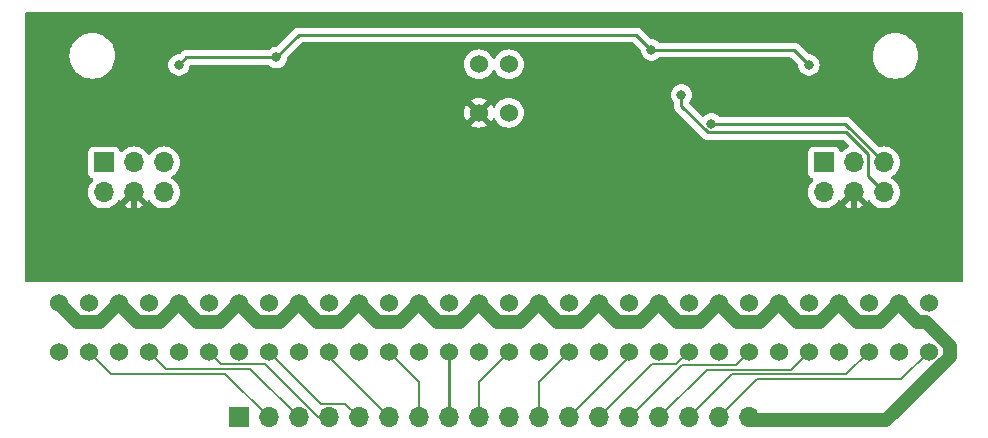
<source format=gbr>
%TF.GenerationSoftware,KiCad,Pcbnew,7.0.9*%
%TF.CreationDate,2024-06-25T21:06:51+09:00*%
%TF.ProjectId,04-line,30342d6c-696e-4652-9e6b-696361645f70,rev?*%
%TF.SameCoordinates,Original*%
%TF.FileFunction,Copper,L2,Bot*%
%TF.FilePolarity,Positive*%
%FSLAX46Y46*%
G04 Gerber Fmt 4.6, Leading zero omitted, Abs format (unit mm)*
G04 Created by KiCad (PCBNEW 7.0.9) date 2024-06-25 21:06:51*
%MOMM*%
%LPD*%
G01*
G04 APERTURE LIST*
%TA.AperFunction,ComponentPad*%
%ADD10C,1.524000*%
%TD*%
%TA.AperFunction,ComponentPad*%
%ADD11R,1.700000X1.700000*%
%TD*%
%TA.AperFunction,ComponentPad*%
%ADD12O,1.700000X1.700000*%
%TD*%
%TA.AperFunction,ViaPad*%
%ADD13C,0.800000*%
%TD*%
%TA.AperFunction,Conductor*%
%ADD14C,0.500000*%
%TD*%
%TA.AperFunction,Conductor*%
%ADD15C,0.250000*%
%TD*%
%TA.AperFunction,Conductor*%
%ADD16C,0.200000*%
%TD*%
%TA.AperFunction,Conductor*%
%ADD17C,1.200000*%
%TD*%
G04 APERTURE END LIST*
D10*
%TO.P,U18,1,Anode*%
%TO.N,+3V3*%
X135890000Y-99550000D03*
%TO.P,U18,2,Cathode*%
%TO.N,Net-(U18-Cathode)*%
X138430000Y-99550000D03*
%TO.P,U18,3,Emitter*%
%TO.N,GND*%
X135890000Y-103650000D03*
%TO.P,U18,4,Collector*%
%TO.N,photo_R_7*%
X138430000Y-103650000D03*
%TD*%
%TO.P,U12,1,Anode*%
%TO.N,+3V3*%
X105410000Y-99550000D03*
%TO.P,U12,2,Cathode*%
%TO.N,Net-(U12-Cathode)*%
X107950000Y-99550000D03*
%TO.P,U12,3,Emitter*%
%TO.N,GND*%
X105410000Y-103650000D03*
%TO.P,U12,4,Collector*%
%TO.N,photo_R_1*%
X107950000Y-103650000D03*
%TD*%
%TO.P,U13,1,Anode*%
%TO.N,+3V3*%
X110490000Y-99550000D03*
%TO.P,U13,2,Cathode*%
%TO.N,Net-(U13-Cathode)*%
X113030000Y-99550000D03*
%TO.P,U13,3,Emitter*%
%TO.N,GND*%
X110490000Y-103650000D03*
%TO.P,U13,4,Collector*%
%TO.N,photo_R_2*%
X113030000Y-103650000D03*
%TD*%
%TO.P,U9,1,Anode*%
%TO.N,+3V3*%
X100330000Y-99550000D03*
%TO.P,U9,2,Cathode*%
%TO.N,Net-(U9-Cathode)*%
X102870000Y-99550000D03*
%TO.P,U9,3,Emitter*%
%TO.N,GND*%
X100330000Y-103650000D03*
%TO.P,U9,4,Collector*%
%TO.N,photo_center*%
X102870000Y-103650000D03*
%TD*%
%TO.P,U10,1,Anode*%
%TO.N,+3V3*%
X100330000Y-79320000D03*
%TO.P,U10,2,Cathode*%
%TO.N,Net-(U10-Cathode)*%
X102870000Y-79320000D03*
%TO.P,U10,3,Emitter*%
%TO.N,GND*%
X100330000Y-83420000D03*
%TO.P,U10,4,Collector*%
%TO.N,photo_front*%
X102870000Y-83420000D03*
%TD*%
%TO.P,U17,1,Anode*%
%TO.N,+3V3*%
X130810000Y-99550000D03*
%TO.P,U17,2,Cathode*%
%TO.N,Net-(U17-Cathode)*%
X133350000Y-99550000D03*
%TO.P,U17,3,Emitter*%
%TO.N,GND*%
X130810000Y-103650000D03*
%TO.P,U17,4,Collector*%
%TO.N,photo_R_6*%
X133350000Y-103650000D03*
%TD*%
%TO.P,U8,1,Anode*%
%TO.N,+3V3*%
X64770000Y-99550000D03*
%TO.P,U8,2,Cathode*%
%TO.N,Net-(U8-Cathode)*%
X67310000Y-99550000D03*
%TO.P,U8,3,Emitter*%
%TO.N,GND*%
X64770000Y-103650000D03*
%TO.P,U8,4,Collector*%
%TO.N,photo_L_7*%
X67310000Y-103650000D03*
%TD*%
%TO.P,U4,1,Anode*%
%TO.N,+3V3*%
X85090000Y-99550000D03*
%TO.P,U4,2,Cathode*%
%TO.N,Net-(U4-Cathode)*%
X87630000Y-99550000D03*
%TO.P,U4,3,Emitter*%
%TO.N,GND*%
X85090000Y-103650000D03*
%TO.P,U4,4,Collector*%
%TO.N,photo_L_3*%
X87630000Y-103650000D03*
%TD*%
%TO.P,U15,1,Anode*%
%TO.N,+3V3*%
X120650000Y-99550000D03*
%TO.P,U15,2,Cathode*%
%TO.N,Net-(U15-Cathode)*%
X123190000Y-99550000D03*
%TO.P,U15,3,Emitter*%
%TO.N,GND*%
X120650000Y-103650000D03*
%TO.P,U15,4,Collector*%
%TO.N,photo_R_4*%
X123190000Y-103650000D03*
%TD*%
%TO.P,U3,1,Anode*%
%TO.N,+3V3*%
X90170000Y-99550000D03*
%TO.P,U3,2,Cathode*%
%TO.N,Net-(U3-Cathode)*%
X92710000Y-99550000D03*
%TO.P,U3,3,Emitter*%
%TO.N,GND*%
X90170000Y-103650000D03*
%TO.P,U3,4,Collector*%
%TO.N,photo_L_2*%
X92710000Y-103650000D03*
%TD*%
%TO.P,U5,1,Anode*%
%TO.N,+3V3*%
X80010000Y-99550000D03*
%TO.P,U5,2,Cathode*%
%TO.N,Net-(U5-Cathode)*%
X82550000Y-99550000D03*
%TO.P,U5,3,Emitter*%
%TO.N,GND*%
X80010000Y-103650000D03*
%TO.P,U5,4,Collector*%
%TO.N,photo_L_4*%
X82550000Y-103650000D03*
%TD*%
%TO.P,U7,1,Anode*%
%TO.N,+3V3*%
X69850000Y-99550000D03*
%TO.P,U7,2,Cathode*%
%TO.N,Net-(U7-Cathode)*%
X72390000Y-99550000D03*
%TO.P,U7,3,Emitter*%
%TO.N,GND*%
X69850000Y-103650000D03*
%TO.P,U7,4,Collector*%
%TO.N,photo_L_6*%
X72390000Y-103650000D03*
%TD*%
%TO.P,U16,1,Anode*%
%TO.N,+3V3*%
X125730000Y-99550000D03*
%TO.P,U16,2,Cathode*%
%TO.N,Net-(U16-Cathode)*%
X128270000Y-99550000D03*
%TO.P,U16,3,Emitter*%
%TO.N,GND*%
X125730000Y-103650000D03*
%TO.P,U16,4,Collector*%
%TO.N,photo_R_5*%
X128270000Y-103650000D03*
%TD*%
%TO.P,U2,1,Anode*%
%TO.N,+3V3*%
X95250000Y-99550000D03*
%TO.P,U2,2,Cathode*%
%TO.N,Net-(U2-Cathode)*%
X97790000Y-99550000D03*
%TO.P,U2,3,Emitter*%
%TO.N,GND*%
X95250000Y-103650000D03*
%TO.P,U2,4,Collector*%
%TO.N,photo_L_1*%
X97790000Y-103650000D03*
%TD*%
%TO.P,U6,1,Anode*%
%TO.N,+3V3*%
X74930000Y-99550000D03*
%TO.P,U6,2,Cathode*%
%TO.N,Net-(U6-Cathode)*%
X77470000Y-99550000D03*
%TO.P,U6,3,Emitter*%
%TO.N,GND*%
X74930000Y-103650000D03*
%TO.P,U6,4,Collector*%
%TO.N,photo_L_5*%
X77470000Y-103650000D03*
%TD*%
%TO.P,U14,1,Anode*%
%TO.N,+3V3*%
X115570000Y-99550000D03*
%TO.P,U14,2,Cathode*%
%TO.N,Net-(U14-Cathode)*%
X118110000Y-99550000D03*
%TO.P,U14,3,Emitter*%
%TO.N,GND*%
X115570000Y-103650000D03*
%TO.P,U14,4,Collector*%
%TO.N,photo_R_3*%
X118110000Y-103650000D03*
%TD*%
D11*
%TO.P,J1,1,Pin_1*%
%TO.N,GND*%
X80010000Y-109220000D03*
D12*
%TO.P,J1,2,Pin_2*%
%TO.N,photo_L_7*%
X82550000Y-109220000D03*
%TO.P,J1,3,Pin_3*%
%TO.N,photo_L_6*%
X85090000Y-109220000D03*
%TO.P,J1,4,Pin_4*%
%TO.N,photo_L_5*%
X87630000Y-109220000D03*
%TO.P,J1,5,Pin_5*%
%TO.N,photo_L_4*%
X90170000Y-109220000D03*
%TO.P,J1,6,Pin_6*%
%TO.N,photo_L_3*%
X92710000Y-109220000D03*
%TO.P,J1,7,Pin_7*%
%TO.N,photo_L_2*%
X95250000Y-109220000D03*
%TO.P,J1,8,Pin_8*%
%TO.N,photo_L_1*%
X97790000Y-109220000D03*
%TO.P,J1,9,Pin_9*%
%TO.N,photo_center*%
X100330000Y-109220000D03*
%TO.P,J1,10,Pin_10*%
%TO.N,photo_front*%
X102870000Y-109220000D03*
%TO.P,J1,11,Pin_11*%
%TO.N,photo_R_1*%
X105410000Y-109220000D03*
%TO.P,J1,12,Pin_12*%
%TO.N,photo_R_2*%
X107950000Y-109220000D03*
%TO.P,J1,13,Pin_13*%
%TO.N,photo_R_3*%
X110490000Y-109220000D03*
%TO.P,J1,14,Pin_14*%
%TO.N,photo_R_4*%
X113030000Y-109220000D03*
%TO.P,J1,15,Pin_15*%
%TO.N,photo_R_5*%
X115570000Y-109220000D03*
%TO.P,J1,16,Pin_16*%
%TO.N,photo_R_6*%
X118110000Y-109220000D03*
%TO.P,J1,17,Pin_17*%
%TO.N,photo_R_7*%
X120650000Y-109220000D03*
%TO.P,J1,18,Pin_18*%
%TO.N,+3V3*%
X123190000Y-109220000D03*
%TD*%
D11*
%TO.P,J2,1,Pin_1*%
%TO.N,SENSER_3V3*%
X68580000Y-87630000D03*
D12*
%TO.P,J2,2,Pin_2*%
%TO.N,5V_LED*%
X68580000Y-90170000D03*
%TO.P,J2,3,Pin_3*%
%TO.N,LED_R*%
X71120000Y-87630000D03*
%TO.P,J2,4,Pin_4*%
%TO.N,GND*%
X71120000Y-90170000D03*
%TO.P,J2,5,Pin_5*%
%TO.N,I2C1_SCL*%
X73660000Y-87630000D03*
%TO.P,J2,6,Pin_6*%
%TO.N,I2C1_SDA*%
X73660000Y-90170000D03*
%TD*%
D11*
%TO.P,J3,1,Pin_1*%
%TO.N,SENSER_3V3*%
X129540000Y-87630000D03*
D12*
%TO.P,J3,2,Pin_2*%
%TO.N,5V_LED*%
X129540000Y-90170000D03*
%TO.P,J3,3,Pin_3*%
%TO.N,LED_L*%
X132080000Y-87630000D03*
%TO.P,J3,4,Pin_4*%
%TO.N,GND*%
X132080000Y-90170000D03*
%TO.P,J3,5,Pin_5*%
%TO.N,I2C2_SCL*%
X134620000Y-87630000D03*
%TO.P,J3,6,Pin_6*%
%TO.N,I2C2_SDA*%
X134620000Y-90170000D03*
%TD*%
D13*
%TO.N,GND*%
X105664000Y-95758000D03*
X64516000Y-96012000D03*
X117094000Y-90424000D03*
X130048000Y-77978000D03*
X65532000Y-84836000D03*
X103378000Y-86614000D03*
X125984000Y-96012000D03*
X126746000Y-81280000D03*
X95250000Y-81280000D03*
X85344000Y-96012000D03*
X108712000Y-81280000D03*
X123190000Y-90424000D03*
X75184000Y-96012000D03*
X86614000Y-89662000D03*
X95504000Y-96012000D03*
X117094000Y-84074000D03*
X113030000Y-78486000D03*
X134366000Y-84582000D03*
X85852000Y-80264000D03*
X87376000Y-84582000D03*
X115824000Y-95758000D03*
X136144000Y-95758000D03*
X73406000Y-77978000D03*
X101346000Y-75692000D03*
X129540000Y-83058000D03*
X120904000Y-83312000D03*
X70104000Y-84836000D03*
X116078000Y-80518000D03*
X77216000Y-81280000D03*
%TO.N,I2C2_SDA*%
X117475000Y-81915000D03*
%TO.N,I2C2_SCL*%
X120015000Y-84365500D03*
%TO.N,SENSER_3V3*%
X83185000Y-78740000D03*
X74930000Y-79375000D03*
X114935000Y-78105000D03*
X128270000Y-79375000D03*
%TD*%
D14*
%TO.N,GND*%
X133985000Y-92075000D02*
X135255000Y-92075000D01*
X130175000Y-92075000D02*
X128905000Y-92075000D01*
X71120000Y-90170000D02*
X73025000Y-92075000D01*
X132080000Y-90170000D02*
X133985000Y-92075000D01*
X73025000Y-92075000D02*
X73660000Y-92075000D01*
X132080000Y-90170000D02*
X130175000Y-92075000D01*
X71120000Y-90170000D02*
X69215000Y-92075000D01*
D15*
%TO.N,photo_L_1*%
X97790000Y-109220000D02*
X97790000Y-103650000D01*
D16*
%TO.N,photo_L_2*%
X95250000Y-109220000D02*
X95250000Y-106190000D01*
X95250000Y-106190000D02*
X92710000Y-103650000D01*
%TO.N,photo_L_3*%
X92710000Y-109220000D02*
X87630000Y-104140000D01*
X87630000Y-104140000D02*
X87630000Y-103650000D01*
%TO.N,photo_L_4*%
X90170000Y-109220000D02*
X89020000Y-108070000D01*
X86970000Y-108070000D02*
X82550000Y-103650000D01*
X89020000Y-108070000D02*
X86970000Y-108070000D01*
%TO.N,photo_L_5*%
X78532000Y-104712000D02*
X77470000Y-103650000D01*
X82208346Y-104712000D02*
X78532000Y-104712000D01*
X87630000Y-109220000D02*
X86716346Y-109220000D01*
X86716346Y-109220000D02*
X82208346Y-104712000D01*
%TO.N,photo_L_6*%
X73852000Y-105112000D02*
X72390000Y-103650000D01*
X85090000Y-109220000D02*
X80982000Y-105112000D01*
X80982000Y-105112000D02*
X73852000Y-105112000D01*
%TO.N,photo_L_7*%
X69172000Y-105512000D02*
X67310000Y-103650000D01*
X78842000Y-105512000D02*
X69172000Y-105512000D01*
X82550000Y-109220000D02*
X78842000Y-105512000D01*
%TO.N,photo_R_1*%
X105410000Y-109220000D02*
X105410000Y-106190000D01*
X105410000Y-106190000D02*
X107950000Y-103650000D01*
%TO.N,photo_R_2*%
X113030000Y-104140000D02*
X113030000Y-103650000D01*
X107950000Y-109220000D02*
X113030000Y-104140000D01*
%TO.N,photo_R_3*%
X117048000Y-104712000D02*
X118110000Y-103650000D01*
X114998000Y-104712000D02*
X117048000Y-104712000D01*
X110490000Y-109220000D02*
X114998000Y-104712000D01*
%TO.N,photo_R_4*%
X113105686Y-109220000D02*
X117550686Y-104775000D01*
X122065000Y-104775000D02*
X123190000Y-103650000D01*
X113030000Y-109220000D02*
X113105686Y-109220000D01*
X117550686Y-104775000D02*
X122065000Y-104775000D01*
%TO.N,photo_R_5*%
X126745000Y-105175000D02*
X128270000Y-103650000D01*
X119615000Y-105175000D02*
X126745000Y-105175000D01*
X115570000Y-109220000D02*
X119615000Y-105175000D01*
%TO.N,photo_R_6*%
X131425000Y-105575000D02*
X133350000Y-103650000D01*
X118110000Y-109220000D02*
X121755000Y-105575000D01*
X121755000Y-105575000D02*
X131425000Y-105575000D01*
%TO.N,photo_R_7*%
X123895000Y-105975000D02*
X136105000Y-105975000D01*
X136105000Y-105975000D02*
X138430000Y-103650000D01*
X120650000Y-109220000D02*
X123895000Y-105975000D01*
D15*
%TO.N,I2C2_SDA*%
X133255000Y-88805000D02*
X133255000Y-86901396D01*
X131443604Y-85090000D02*
X130175000Y-85090000D01*
X130175000Y-85090000D02*
X119714195Y-85090000D01*
X117475000Y-82850805D02*
X117475000Y-81915000D01*
X133255000Y-86901396D02*
X131443604Y-85090000D01*
X134620000Y-90170000D02*
X133255000Y-88805000D01*
X119714195Y-85090000D02*
X117475000Y-82850805D01*
%TO.N,I2C2_SCL*%
X120015000Y-84365500D02*
X131355500Y-84365500D01*
X131355500Y-84365500D02*
X134620000Y-87630000D01*
D17*
%TO.N,+3V3*%
X138176000Y-101112000D02*
X137452000Y-101112000D01*
X112052000Y-101112000D02*
X114008000Y-101112000D01*
X130810000Y-99550000D02*
X132372000Y-101112000D01*
X137452000Y-101112000D02*
X135890000Y-99550000D01*
X86652000Y-101112000D02*
X88608000Y-101112000D01*
X134815002Y-109474000D02*
X140208000Y-104081002D01*
X103848000Y-101112000D02*
X105410000Y-99550000D01*
X105410000Y-99550000D02*
X106972000Y-101112000D01*
X83528000Y-101112000D02*
X85090000Y-99550000D01*
X123190000Y-109474000D02*
X134815002Y-109474000D01*
X134328000Y-101112000D02*
X135890000Y-99550000D01*
X80010000Y-99550000D02*
X81572000Y-101112000D01*
X96812000Y-101112000D02*
X98768000Y-101112000D01*
X140208000Y-103144000D02*
X138176000Y-101112000D01*
X122212000Y-101112000D02*
X124168000Y-101112000D01*
X140208000Y-104081002D02*
X140208000Y-103144000D01*
X132372000Y-101112000D02*
X134328000Y-101112000D01*
X81572000Y-101112000D02*
X83528000Y-101112000D01*
X98768000Y-101112000D02*
X100330000Y-99550000D01*
X125730000Y-99550000D02*
X127292000Y-101112000D01*
X106972000Y-101112000D02*
X108928000Y-101112000D01*
X69850000Y-99550000D02*
X71412000Y-101112000D01*
X95250000Y-99550000D02*
X96812000Y-101112000D01*
X115570000Y-99550000D02*
X117132000Y-101112000D01*
X85090000Y-99550000D02*
X86652000Y-101112000D01*
X114008000Y-101112000D02*
X115570000Y-99550000D01*
X129248000Y-101112000D02*
X130810000Y-99550000D01*
X108928000Y-101112000D02*
X110490000Y-99550000D01*
X91732000Y-101112000D02*
X93688000Y-101112000D01*
X68288000Y-101112000D02*
X69850000Y-99550000D01*
X74930000Y-99550000D02*
X76492000Y-101112000D01*
X127292000Y-101112000D02*
X129248000Y-101112000D01*
X110490000Y-99550000D02*
X112052000Y-101112000D01*
X66332000Y-101112000D02*
X68288000Y-101112000D01*
X71412000Y-101112000D02*
X73368000Y-101112000D01*
X78448000Y-101112000D02*
X80010000Y-99550000D01*
X90170000Y-99550000D02*
X91732000Y-101112000D01*
X124168000Y-101112000D02*
X125730000Y-99550000D01*
X73368000Y-101112000D02*
X74930000Y-99550000D01*
X117132000Y-101112000D02*
X119088000Y-101112000D01*
X119088000Y-101112000D02*
X120650000Y-99550000D01*
X101892000Y-101112000D02*
X103848000Y-101112000D01*
X93688000Y-101112000D02*
X95250000Y-99550000D01*
X120650000Y-99550000D02*
X122212000Y-101112000D01*
X88608000Y-101112000D02*
X90170000Y-99550000D01*
X100330000Y-99550000D02*
X101892000Y-101112000D01*
X64770000Y-99550000D02*
X66332000Y-101112000D01*
X76492000Y-101112000D02*
X78448000Y-101112000D01*
D16*
%TO.N,photo_center*%
X100330000Y-109220000D02*
X100330000Y-106190000D01*
X100330000Y-106190000D02*
X102870000Y-103650000D01*
D15*
%TO.N,SENSER_3V3*%
X114935000Y-78105000D02*
X113665000Y-76835000D01*
X127000000Y-78105000D02*
X128270000Y-79375000D01*
X114935000Y-78105000D02*
X127000000Y-78105000D01*
X75565000Y-78740000D02*
X74930000Y-79375000D01*
X113665000Y-76835000D02*
X85090000Y-76835000D01*
X85090000Y-76835000D02*
X83185000Y-78740000D01*
X83185000Y-78740000D02*
X75565000Y-78740000D01*
%TD*%
%TA.AperFunction,Conductor*%
%TO.N,GND*%
G36*
X141242539Y-74920185D02*
G01*
X141288294Y-74972989D01*
X141299500Y-75024500D01*
X141299500Y-97666000D01*
X141279815Y-97733039D01*
X141227011Y-97778794D01*
X141175500Y-97790000D01*
X62024500Y-97790000D01*
X61957461Y-97770315D01*
X61911706Y-97717511D01*
X61900500Y-97666000D01*
X61900500Y-90170000D01*
X67224341Y-90170000D01*
X67244936Y-90405403D01*
X67244938Y-90405413D01*
X67306094Y-90633655D01*
X67306096Y-90633659D01*
X67306097Y-90633663D01*
X67385801Y-90804588D01*
X67405965Y-90847830D01*
X67405967Y-90847834D01*
X67514281Y-91002521D01*
X67541505Y-91041401D01*
X67708599Y-91208495D01*
X67805384Y-91276265D01*
X67902165Y-91344032D01*
X67902167Y-91344033D01*
X67902170Y-91344035D01*
X68116337Y-91443903D01*
X68344592Y-91505063D01*
X68532918Y-91521539D01*
X68579999Y-91525659D01*
X68580000Y-91525659D01*
X68580001Y-91525659D01*
X68619234Y-91522226D01*
X68815408Y-91505063D01*
X69043663Y-91443903D01*
X69257830Y-91344035D01*
X69451401Y-91208495D01*
X69618495Y-91041401D01*
X69748730Y-90855405D01*
X69803307Y-90811781D01*
X69872805Y-90804587D01*
X69935160Y-90836110D01*
X69951879Y-90855405D01*
X70081890Y-91041078D01*
X70248917Y-91208105D01*
X70442421Y-91343600D01*
X70656507Y-91443429D01*
X70656516Y-91443433D01*
X70870000Y-91500634D01*
X70870000Y-90605501D01*
X70977685Y-90654680D01*
X71084237Y-90670000D01*
X71155763Y-90670000D01*
X71262315Y-90654680D01*
X71370000Y-90605501D01*
X71370000Y-91500633D01*
X71583483Y-91443433D01*
X71583492Y-91443429D01*
X71797578Y-91343600D01*
X71991082Y-91208105D01*
X72158105Y-91041082D01*
X72288119Y-90855405D01*
X72342696Y-90811781D01*
X72412195Y-90804588D01*
X72474549Y-90836110D01*
X72491269Y-90855405D01*
X72621505Y-91041401D01*
X72788599Y-91208495D01*
X72885384Y-91276265D01*
X72982165Y-91344032D01*
X72982167Y-91344033D01*
X72982170Y-91344035D01*
X73196337Y-91443903D01*
X73424592Y-91505063D01*
X73612918Y-91521539D01*
X73659999Y-91525659D01*
X73660000Y-91525659D01*
X73660001Y-91525659D01*
X73699234Y-91522226D01*
X73895408Y-91505063D01*
X74123663Y-91443903D01*
X74337830Y-91344035D01*
X74531401Y-91208495D01*
X74698495Y-91041401D01*
X74834035Y-90847830D01*
X74933903Y-90633663D01*
X74995063Y-90405408D01*
X75015659Y-90170000D01*
X74995063Y-89934592D01*
X74933903Y-89706337D01*
X74834035Y-89492171D01*
X74828731Y-89484595D01*
X74698494Y-89298597D01*
X74531402Y-89131506D01*
X74531396Y-89131501D01*
X74345842Y-89001575D01*
X74302217Y-88946998D01*
X74295023Y-88877500D01*
X74326546Y-88815145D01*
X74345842Y-88798425D01*
X74368026Y-88782891D01*
X74531401Y-88668495D01*
X74698495Y-88501401D01*
X74834035Y-88307830D01*
X74933903Y-88093663D01*
X74995063Y-87865408D01*
X75015659Y-87630000D01*
X74995063Y-87394592D01*
X74933903Y-87166337D01*
X74834035Y-86952171D01*
X74828425Y-86944158D01*
X74698494Y-86758597D01*
X74531402Y-86591506D01*
X74531395Y-86591501D01*
X74337834Y-86455967D01*
X74337830Y-86455965D01*
X74337828Y-86455964D01*
X74123663Y-86356097D01*
X74123659Y-86356096D01*
X74123655Y-86356094D01*
X73895413Y-86294938D01*
X73895403Y-86294936D01*
X73660001Y-86274341D01*
X73659999Y-86274341D01*
X73424596Y-86294936D01*
X73424586Y-86294938D01*
X73196344Y-86356094D01*
X73196335Y-86356098D01*
X72982171Y-86455964D01*
X72982169Y-86455965D01*
X72788597Y-86591505D01*
X72621505Y-86758597D01*
X72491575Y-86944158D01*
X72436998Y-86987783D01*
X72367500Y-86994977D01*
X72305145Y-86963454D01*
X72288425Y-86944158D01*
X72158494Y-86758597D01*
X71991402Y-86591506D01*
X71991395Y-86591501D01*
X71797834Y-86455967D01*
X71797830Y-86455965D01*
X71797828Y-86455964D01*
X71583663Y-86356097D01*
X71583659Y-86356096D01*
X71583655Y-86356094D01*
X71355413Y-86294938D01*
X71355403Y-86294936D01*
X71120001Y-86274341D01*
X71119999Y-86274341D01*
X70884596Y-86294936D01*
X70884586Y-86294938D01*
X70656344Y-86356094D01*
X70656335Y-86356098D01*
X70442171Y-86455964D01*
X70442169Y-86455965D01*
X70248600Y-86591503D01*
X70126673Y-86713430D01*
X70065350Y-86746914D01*
X69995658Y-86741930D01*
X69939725Y-86700058D01*
X69922810Y-86669081D01*
X69873797Y-86537671D01*
X69873793Y-86537664D01*
X69787547Y-86422455D01*
X69787544Y-86422452D01*
X69672335Y-86336206D01*
X69672328Y-86336202D01*
X69537482Y-86285908D01*
X69537483Y-86285908D01*
X69477883Y-86279501D01*
X69477881Y-86279500D01*
X69477873Y-86279500D01*
X69477864Y-86279500D01*
X67682129Y-86279500D01*
X67682123Y-86279501D01*
X67622516Y-86285908D01*
X67487671Y-86336202D01*
X67487664Y-86336206D01*
X67372455Y-86422452D01*
X67372452Y-86422455D01*
X67286206Y-86537664D01*
X67286202Y-86537671D01*
X67235908Y-86672517D01*
X67229501Y-86732116D01*
X67229500Y-86732135D01*
X67229500Y-88527870D01*
X67229501Y-88527876D01*
X67235908Y-88587483D01*
X67286202Y-88722328D01*
X67286206Y-88722335D01*
X67372452Y-88837544D01*
X67372455Y-88837547D01*
X67487664Y-88923793D01*
X67487671Y-88923797D01*
X67619081Y-88972810D01*
X67675015Y-89014681D01*
X67699432Y-89080145D01*
X67684580Y-89148418D01*
X67663430Y-89176673D01*
X67541503Y-89298600D01*
X67405965Y-89492169D01*
X67405964Y-89492171D01*
X67306098Y-89706335D01*
X67306094Y-89706344D01*
X67244938Y-89934586D01*
X67244936Y-89934596D01*
X67224341Y-90169999D01*
X67224341Y-90170000D01*
X61900500Y-90170000D01*
X61900500Y-83420000D01*
X99063179Y-83420000D01*
X99082424Y-83639976D01*
X99082426Y-83639986D01*
X99139575Y-83853270D01*
X99139580Y-83853284D01*
X99232899Y-84053407D01*
X99232900Y-84053409D01*
X99278258Y-84118187D01*
X99945096Y-83451349D01*
X99945051Y-83451898D01*
X99976266Y-83575162D01*
X100045813Y-83681612D01*
X100146157Y-83759713D01*
X100266422Y-83801000D01*
X100302553Y-83801000D01*
X99631811Y-84471741D01*
X99696582Y-84517094D01*
X99696592Y-84517100D01*
X99896715Y-84610419D01*
X99896729Y-84610424D01*
X100110013Y-84667573D01*
X100110023Y-84667575D01*
X100329999Y-84686821D01*
X100330001Y-84686821D01*
X100549976Y-84667575D01*
X100549986Y-84667573D01*
X100763270Y-84610424D01*
X100763284Y-84610419D01*
X100963408Y-84517100D01*
X100963420Y-84517093D01*
X101028186Y-84471742D01*
X101028187Y-84471740D01*
X100357448Y-83801000D01*
X100361569Y-83801000D01*
X100455421Y-83785339D01*
X100567251Y-83724820D01*
X100653371Y-83631269D01*
X100704448Y-83514823D01*
X100710105Y-83446552D01*
X101381740Y-84118187D01*
X101381742Y-84118186D01*
X101427093Y-84053420D01*
X101427100Y-84053408D01*
X101487342Y-83924219D01*
X101533514Y-83871779D01*
X101600707Y-83852627D01*
X101667588Y-83872842D01*
X101712106Y-83924219D01*
X101772464Y-84053658D01*
X101772468Y-84053666D01*
X101899170Y-84234615D01*
X101899175Y-84234621D01*
X102055378Y-84390824D01*
X102055384Y-84390829D01*
X102236333Y-84517531D01*
X102236335Y-84517532D01*
X102236338Y-84517534D01*
X102436550Y-84610894D01*
X102649932Y-84668070D01*
X102807123Y-84681822D01*
X102869998Y-84687323D01*
X102870000Y-84687323D01*
X102870002Y-84687323D01*
X102925017Y-84682509D01*
X103090068Y-84668070D01*
X103303450Y-84610894D01*
X103503662Y-84517534D01*
X103684620Y-84390826D01*
X103840826Y-84234620D01*
X103967534Y-84053662D01*
X104060894Y-83853450D01*
X104118070Y-83640068D01*
X104137323Y-83420000D01*
X104134532Y-83388102D01*
X104121333Y-83237229D01*
X104118070Y-83199932D01*
X104060894Y-82986550D01*
X103967534Y-82786339D01*
X103840826Y-82605380D01*
X103684620Y-82449174D01*
X103684616Y-82449171D01*
X103684615Y-82449170D01*
X103503666Y-82322468D01*
X103503662Y-82322466D01*
X103503660Y-82322465D01*
X103303450Y-82229106D01*
X103303447Y-82229105D01*
X103303445Y-82229104D01*
X103090070Y-82171930D01*
X103090062Y-82171929D01*
X102870002Y-82152677D01*
X102869998Y-82152677D01*
X102649937Y-82171929D01*
X102649929Y-82171930D01*
X102436554Y-82229104D01*
X102436548Y-82229107D01*
X102236340Y-82322465D01*
X102236338Y-82322466D01*
X102055377Y-82449175D01*
X101899175Y-82605377D01*
X101785265Y-82768060D01*
X101772466Y-82786339D01*
X101772348Y-82786593D01*
X101712105Y-82915782D01*
X101665932Y-82968221D01*
X101598738Y-82987372D01*
X101531857Y-82967156D01*
X101487341Y-82915780D01*
X101427100Y-82786593D01*
X101427099Y-82786591D01*
X101381740Y-82721811D01*
X100714903Y-83388648D01*
X100714949Y-83388102D01*
X100683734Y-83264838D01*
X100614187Y-83158388D01*
X100513843Y-83080287D01*
X100393578Y-83039000D01*
X100357447Y-83039000D01*
X101028187Y-82368258D01*
X100963409Y-82322900D01*
X100963407Y-82322899D01*
X100763284Y-82229580D01*
X100763270Y-82229575D01*
X100549986Y-82172426D01*
X100549976Y-82172424D01*
X100330001Y-82153179D01*
X100329999Y-82153179D01*
X100110023Y-82172424D01*
X100110013Y-82172426D01*
X99896729Y-82229575D01*
X99896720Y-82229579D01*
X99696586Y-82322903D01*
X99631812Y-82368257D01*
X99631811Y-82368258D01*
X100302554Y-83039000D01*
X100298431Y-83039000D01*
X100204579Y-83054661D01*
X100092749Y-83115180D01*
X100006629Y-83208731D01*
X99955552Y-83325177D01*
X99949894Y-83393447D01*
X99278258Y-82721811D01*
X99278257Y-82721812D01*
X99232903Y-82786586D01*
X99139579Y-82986720D01*
X99139575Y-82986729D01*
X99082426Y-83200013D01*
X99082424Y-83200023D01*
X99063179Y-83419999D01*
X99063179Y-83420000D01*
X61900500Y-83420000D01*
X61900500Y-81915000D01*
X116569540Y-81915000D01*
X116589326Y-82103256D01*
X116589327Y-82103259D01*
X116647818Y-82283277D01*
X116647821Y-82283284D01*
X116742467Y-82447216D01*
X116782902Y-82492123D01*
X116817650Y-82530715D01*
X116847880Y-82593706D01*
X116849500Y-82613687D01*
X116849500Y-82768060D01*
X116847775Y-82783677D01*
X116848061Y-82783704D01*
X116847326Y-82791470D01*
X116849500Y-82860619D01*
X116849500Y-82890148D01*
X116849501Y-82890165D01*
X116850368Y-82897036D01*
X116850826Y-82902855D01*
X116852290Y-82949429D01*
X116852291Y-82949432D01*
X116857880Y-82968672D01*
X116861824Y-82987716D01*
X116864336Y-83007596D01*
X116881490Y-83050924D01*
X116883382Y-83056452D01*
X116896382Y-83101195D01*
X116904652Y-83115180D01*
X116906580Y-83118439D01*
X116915138Y-83135908D01*
X116922514Y-83154537D01*
X116949898Y-83192228D01*
X116953106Y-83197112D01*
X116976827Y-83237221D01*
X116976833Y-83237229D01*
X116990990Y-83251385D01*
X117003628Y-83266181D01*
X117015405Y-83282391D01*
X117015406Y-83282392D01*
X117051309Y-83312093D01*
X117055620Y-83316015D01*
X119203815Y-85464211D01*
X119213392Y-85473788D01*
X119223217Y-85486051D01*
X119223438Y-85485869D01*
X119228409Y-85491878D01*
X119254412Y-85516295D01*
X119278830Y-85539226D01*
X119299724Y-85560120D01*
X119305206Y-85564373D01*
X119309638Y-85568157D01*
X119343613Y-85600062D01*
X119361171Y-85609714D01*
X119377428Y-85620393D01*
X119393259Y-85632673D01*
X119412932Y-85641186D01*
X119436028Y-85651182D01*
X119441272Y-85653750D01*
X119482103Y-85676197D01*
X119494718Y-85679435D01*
X119501500Y-85681177D01*
X119519914Y-85687481D01*
X119538299Y-85695438D01*
X119584352Y-85702732D01*
X119590021Y-85703906D01*
X119635176Y-85715500D01*
X119655211Y-85715500D01*
X119674608Y-85717026D01*
X119694391Y-85720160D01*
X119740779Y-85715775D01*
X119746617Y-85715500D01*
X130095981Y-85715500D01*
X131133152Y-85715500D01*
X131200191Y-85735185D01*
X131220833Y-85751819D01*
X131633496Y-86164482D01*
X131666981Y-86225805D01*
X131661997Y-86295497D01*
X131620125Y-86351430D01*
X131598220Y-86364545D01*
X131402171Y-86455964D01*
X131402169Y-86455965D01*
X131208600Y-86591503D01*
X131086673Y-86713430D01*
X131025350Y-86746914D01*
X130955658Y-86741930D01*
X130899725Y-86700058D01*
X130882810Y-86669081D01*
X130833797Y-86537671D01*
X130833793Y-86537664D01*
X130747547Y-86422455D01*
X130747544Y-86422452D01*
X130632335Y-86336206D01*
X130632328Y-86336202D01*
X130497482Y-86285908D01*
X130497483Y-86285908D01*
X130437883Y-86279501D01*
X130437881Y-86279500D01*
X130437873Y-86279500D01*
X130437864Y-86279500D01*
X128642129Y-86279500D01*
X128642123Y-86279501D01*
X128582516Y-86285908D01*
X128447671Y-86336202D01*
X128447664Y-86336206D01*
X128332455Y-86422452D01*
X128332452Y-86422455D01*
X128246206Y-86537664D01*
X128246202Y-86537671D01*
X128195908Y-86672517D01*
X128189501Y-86732116D01*
X128189500Y-86732135D01*
X128189500Y-88527870D01*
X128189501Y-88527876D01*
X128195908Y-88587483D01*
X128246202Y-88722328D01*
X128246206Y-88722335D01*
X128332452Y-88837544D01*
X128332455Y-88837547D01*
X128447664Y-88923793D01*
X128447671Y-88923797D01*
X128579081Y-88972810D01*
X128635015Y-89014681D01*
X128659432Y-89080145D01*
X128644580Y-89148418D01*
X128623430Y-89176673D01*
X128501503Y-89298600D01*
X128365965Y-89492169D01*
X128365964Y-89492171D01*
X128266098Y-89706335D01*
X128266094Y-89706344D01*
X128204938Y-89934586D01*
X128204936Y-89934596D01*
X128184341Y-90169999D01*
X128184341Y-90170000D01*
X128204936Y-90405403D01*
X128204938Y-90405413D01*
X128266094Y-90633655D01*
X128266096Y-90633659D01*
X128266097Y-90633663D01*
X128345801Y-90804588D01*
X128365965Y-90847830D01*
X128365967Y-90847834D01*
X128474281Y-91002521D01*
X128501505Y-91041401D01*
X128668599Y-91208495D01*
X128765384Y-91276265D01*
X128862165Y-91344032D01*
X128862167Y-91344033D01*
X128862170Y-91344035D01*
X129076337Y-91443903D01*
X129304592Y-91505063D01*
X129492918Y-91521539D01*
X129539999Y-91525659D01*
X129540000Y-91525659D01*
X129540001Y-91525659D01*
X129579234Y-91522226D01*
X129775408Y-91505063D01*
X130003663Y-91443903D01*
X130217830Y-91344035D01*
X130411401Y-91208495D01*
X130578495Y-91041401D01*
X130708730Y-90855405D01*
X130763307Y-90811781D01*
X130832805Y-90804587D01*
X130895160Y-90836110D01*
X130911879Y-90855405D01*
X131041890Y-91041078D01*
X131208917Y-91208105D01*
X131402421Y-91343600D01*
X131616507Y-91443429D01*
X131616516Y-91443433D01*
X131830000Y-91500634D01*
X131830000Y-90605501D01*
X131937685Y-90654680D01*
X132044237Y-90670000D01*
X132115763Y-90670000D01*
X132222315Y-90654680D01*
X132330000Y-90605501D01*
X132330000Y-91500633D01*
X132543483Y-91443433D01*
X132543492Y-91443429D01*
X132757578Y-91343600D01*
X132951082Y-91208105D01*
X133118105Y-91041082D01*
X133248119Y-90855405D01*
X133302696Y-90811781D01*
X133372195Y-90804588D01*
X133434549Y-90836110D01*
X133451269Y-90855405D01*
X133581505Y-91041401D01*
X133748599Y-91208495D01*
X133845384Y-91276265D01*
X133942165Y-91344032D01*
X133942167Y-91344033D01*
X133942170Y-91344035D01*
X134156337Y-91443903D01*
X134384592Y-91505063D01*
X134572918Y-91521539D01*
X134619999Y-91525659D01*
X134620000Y-91525659D01*
X134620001Y-91525659D01*
X134659234Y-91522226D01*
X134855408Y-91505063D01*
X135083663Y-91443903D01*
X135297830Y-91344035D01*
X135491401Y-91208495D01*
X135658495Y-91041401D01*
X135794035Y-90847830D01*
X135893903Y-90633663D01*
X135955063Y-90405408D01*
X135975659Y-90170000D01*
X135955063Y-89934592D01*
X135893903Y-89706337D01*
X135794035Y-89492171D01*
X135788731Y-89484595D01*
X135658494Y-89298597D01*
X135491402Y-89131506D01*
X135491396Y-89131501D01*
X135305842Y-89001575D01*
X135262217Y-88946998D01*
X135255023Y-88877500D01*
X135286546Y-88815145D01*
X135305842Y-88798425D01*
X135328026Y-88782891D01*
X135491401Y-88668495D01*
X135658495Y-88501401D01*
X135794035Y-88307830D01*
X135893903Y-88093663D01*
X135955063Y-87865408D01*
X135975659Y-87630000D01*
X135955063Y-87394592D01*
X135893903Y-87166337D01*
X135794035Y-86952171D01*
X135788425Y-86944158D01*
X135658494Y-86758597D01*
X135491402Y-86591506D01*
X135491395Y-86591501D01*
X135297834Y-86455967D01*
X135297830Y-86455965D01*
X135297828Y-86455964D01*
X135083663Y-86356097D01*
X135083659Y-86356096D01*
X135083655Y-86356094D01*
X134855413Y-86294938D01*
X134855403Y-86294936D01*
X134620001Y-86274341D01*
X134619999Y-86274341D01*
X134384590Y-86294937D01*
X134384589Y-86294937D01*
X134284124Y-86321855D01*
X134214274Y-86320191D01*
X134164352Y-86289761D01*
X131856303Y-83981712D01*
X131846480Y-83969450D01*
X131846259Y-83969634D01*
X131841286Y-83963623D01*
X131790864Y-83916273D01*
X131780419Y-83905828D01*
X131769975Y-83895383D01*
X131764486Y-83891125D01*
X131760061Y-83887347D01*
X131726082Y-83855438D01*
X131726080Y-83855436D01*
X131726077Y-83855435D01*
X131708529Y-83845788D01*
X131692263Y-83835104D01*
X131676433Y-83822825D01*
X131633668Y-83804318D01*
X131628422Y-83801748D01*
X131587593Y-83779303D01*
X131587592Y-83779302D01*
X131568193Y-83774322D01*
X131549781Y-83768018D01*
X131531398Y-83760062D01*
X131531392Y-83760060D01*
X131485374Y-83752772D01*
X131479652Y-83751587D01*
X131434521Y-83740000D01*
X131434519Y-83740000D01*
X131414484Y-83740000D01*
X131395086Y-83738473D01*
X131387662Y-83737297D01*
X131375305Y-83735340D01*
X131375304Y-83735340D01*
X131328916Y-83739725D01*
X131323078Y-83740000D01*
X120718748Y-83740000D01*
X120651709Y-83720315D01*
X120626600Y-83698974D01*
X120620873Y-83692614D01*
X120620869Y-83692610D01*
X120467734Y-83581351D01*
X120467729Y-83581348D01*
X120294807Y-83504357D01*
X120294802Y-83504355D01*
X120149001Y-83473365D01*
X120109646Y-83465000D01*
X119920354Y-83465000D01*
X119887897Y-83471898D01*
X119735197Y-83504355D01*
X119735192Y-83504357D01*
X119562270Y-83581348D01*
X119562265Y-83581351D01*
X119409135Y-83692606D01*
X119409125Y-83692615D01*
X119398136Y-83704819D01*
X119338648Y-83741465D01*
X119268791Y-83740132D01*
X119218309Y-83709524D01*
X118703386Y-83194601D01*
X118171564Y-82662778D01*
X118138079Y-82601455D01*
X118143063Y-82531763D01*
X118167094Y-82492126D01*
X118207533Y-82447216D01*
X118302179Y-82283284D01*
X118360674Y-82103256D01*
X118380460Y-81915000D01*
X118360674Y-81726744D01*
X118302179Y-81546716D01*
X118207533Y-81382784D01*
X118080871Y-81242112D01*
X118080870Y-81242111D01*
X117927734Y-81130851D01*
X117927729Y-81130848D01*
X117754807Y-81053857D01*
X117754802Y-81053855D01*
X117609001Y-81022865D01*
X117569646Y-81014500D01*
X117380354Y-81014500D01*
X117347897Y-81021398D01*
X117195197Y-81053855D01*
X117195192Y-81053857D01*
X117022270Y-81130848D01*
X117022265Y-81130851D01*
X116869129Y-81242111D01*
X116742466Y-81382785D01*
X116647821Y-81546715D01*
X116647818Y-81546722D01*
X116589327Y-81726740D01*
X116589326Y-81726744D01*
X116569540Y-81915000D01*
X61900500Y-81915000D01*
X61900500Y-78600001D01*
X65664569Y-78600001D01*
X65684269Y-78875442D01*
X65684270Y-78875449D01*
X65734921Y-79108284D01*
X65742968Y-79145274D01*
X65790314Y-79272214D01*
X65839470Y-79404008D01*
X65839472Y-79404012D01*
X65971808Y-79646367D01*
X65971813Y-79646375D01*
X66137292Y-79867430D01*
X66137308Y-79867448D01*
X66332551Y-80062691D01*
X66332569Y-80062707D01*
X66553624Y-80228186D01*
X66553632Y-80228191D01*
X66795987Y-80360527D01*
X66795991Y-80360529D01*
X66795993Y-80360530D01*
X67054726Y-80457032D01*
X67324559Y-80515731D01*
X67531056Y-80530500D01*
X67668944Y-80530500D01*
X67875441Y-80515731D01*
X68145274Y-80457032D01*
X68404007Y-80360530D01*
X68646373Y-80228188D01*
X68867438Y-80062701D01*
X69062701Y-79867438D01*
X69228188Y-79646373D01*
X69360530Y-79404007D01*
X69371349Y-79375000D01*
X74024540Y-79375000D01*
X74044326Y-79563256D01*
X74044327Y-79563259D01*
X74102818Y-79743277D01*
X74102821Y-79743284D01*
X74197467Y-79907216D01*
X74239291Y-79953666D01*
X74324129Y-80047888D01*
X74477265Y-80159148D01*
X74477270Y-80159151D01*
X74650192Y-80236142D01*
X74650197Y-80236144D01*
X74835354Y-80275500D01*
X74835355Y-80275500D01*
X75024644Y-80275500D01*
X75024646Y-80275500D01*
X75209803Y-80236144D01*
X75382730Y-80159151D01*
X75535871Y-80047888D01*
X75662533Y-79907216D01*
X75757179Y-79743284D01*
X75815674Y-79563256D01*
X75824788Y-79476537D01*
X75851373Y-79411923D01*
X75908670Y-79371939D01*
X75948109Y-79365500D01*
X82481252Y-79365500D01*
X82548291Y-79385185D01*
X82573400Y-79406526D01*
X82579126Y-79412885D01*
X82579130Y-79412889D01*
X82732265Y-79524148D01*
X82732270Y-79524151D01*
X82905192Y-79601142D01*
X82905197Y-79601144D01*
X83090354Y-79640500D01*
X83090355Y-79640500D01*
X83279644Y-79640500D01*
X83279646Y-79640500D01*
X83464803Y-79601144D01*
X83637730Y-79524151D01*
X83790871Y-79412888D01*
X83874506Y-79320002D01*
X99062677Y-79320002D01*
X99081929Y-79540062D01*
X99081930Y-79540070D01*
X99139104Y-79753445D01*
X99139105Y-79753447D01*
X99139106Y-79753450D01*
X99172382Y-79824811D01*
X99232466Y-79953662D01*
X99232468Y-79953666D01*
X99359170Y-80134615D01*
X99359175Y-80134621D01*
X99515378Y-80290824D01*
X99515384Y-80290829D01*
X99696333Y-80417531D01*
X99696335Y-80417532D01*
X99696338Y-80417534D01*
X99896550Y-80510894D01*
X100109932Y-80568070D01*
X100267123Y-80581822D01*
X100329998Y-80587323D01*
X100330000Y-80587323D01*
X100330002Y-80587323D01*
X100385017Y-80582509D01*
X100550068Y-80568070D01*
X100763450Y-80510894D01*
X100963662Y-80417534D01*
X101144620Y-80290826D01*
X101300826Y-80134620D01*
X101427534Y-79953662D01*
X101487618Y-79824811D01*
X101533790Y-79772371D01*
X101600983Y-79753219D01*
X101667865Y-79773435D01*
X101712382Y-79824811D01*
X101772464Y-79953658D01*
X101772468Y-79953666D01*
X101899170Y-80134615D01*
X101899175Y-80134621D01*
X102055378Y-80290824D01*
X102055384Y-80290829D01*
X102236333Y-80417531D01*
X102236335Y-80417532D01*
X102236338Y-80417534D01*
X102436550Y-80510894D01*
X102649932Y-80568070D01*
X102807123Y-80581822D01*
X102869998Y-80587323D01*
X102870000Y-80587323D01*
X102870002Y-80587323D01*
X102925017Y-80582509D01*
X103090068Y-80568070D01*
X103303450Y-80510894D01*
X103503662Y-80417534D01*
X103684620Y-80290826D01*
X103840826Y-80134620D01*
X103967534Y-79953662D01*
X104060894Y-79753450D01*
X104118070Y-79540068D01*
X104137323Y-79320000D01*
X104118070Y-79099932D01*
X104060894Y-78886550D01*
X103967534Y-78686339D01*
X103840826Y-78505380D01*
X103684620Y-78349174D01*
X103684616Y-78349171D01*
X103684615Y-78349170D01*
X103503666Y-78222468D01*
X103503662Y-78222466D01*
X103428713Y-78187517D01*
X103303450Y-78129106D01*
X103303447Y-78129105D01*
X103303445Y-78129104D01*
X103090070Y-78071930D01*
X103090062Y-78071929D01*
X102870002Y-78052677D01*
X102869998Y-78052677D01*
X102649937Y-78071929D01*
X102649929Y-78071930D01*
X102436554Y-78129104D01*
X102436548Y-78129107D01*
X102236340Y-78222465D01*
X102236338Y-78222466D01*
X102055377Y-78349175D01*
X101899175Y-78505377D01*
X101772466Y-78686338D01*
X101772465Y-78686340D01*
X101712382Y-78815189D01*
X101666209Y-78867628D01*
X101599016Y-78886780D01*
X101532135Y-78866564D01*
X101487618Y-78815189D01*
X101457306Y-78750185D01*
X101427534Y-78686339D01*
X101300826Y-78505380D01*
X101144620Y-78349174D01*
X101144616Y-78349171D01*
X101144615Y-78349170D01*
X100963666Y-78222468D01*
X100963662Y-78222466D01*
X100888713Y-78187517D01*
X100763450Y-78129106D01*
X100763447Y-78129105D01*
X100763445Y-78129104D01*
X100550070Y-78071930D01*
X100550062Y-78071929D01*
X100330002Y-78052677D01*
X100329998Y-78052677D01*
X100109937Y-78071929D01*
X100109929Y-78071930D01*
X99896554Y-78129104D01*
X99896548Y-78129107D01*
X99696340Y-78222465D01*
X99696338Y-78222466D01*
X99515377Y-78349175D01*
X99359175Y-78505377D01*
X99232466Y-78686338D01*
X99232465Y-78686340D01*
X99189777Y-78777885D01*
X99144283Y-78875449D01*
X99139107Y-78886548D01*
X99139104Y-78886554D01*
X99081930Y-79099929D01*
X99081929Y-79099937D01*
X99062677Y-79319997D01*
X99062677Y-79320002D01*
X83874506Y-79320002D01*
X83917533Y-79272216D01*
X84012179Y-79108284D01*
X84070674Y-78928256D01*
X84088321Y-78760344D01*
X84114904Y-78695734D01*
X84123951Y-78685638D01*
X85312772Y-77496819D01*
X85374095Y-77463334D01*
X85400453Y-77460500D01*
X113354548Y-77460500D01*
X113421587Y-77480185D01*
X113442229Y-77496819D01*
X113996038Y-78050629D01*
X114029523Y-78111952D01*
X114031678Y-78125348D01*
X114038212Y-78187510D01*
X114049326Y-78293256D01*
X114049327Y-78293259D01*
X114107818Y-78473277D01*
X114107821Y-78473284D01*
X114202467Y-78637216D01*
X114304185Y-78750185D01*
X114329129Y-78777888D01*
X114482265Y-78889148D01*
X114482270Y-78889151D01*
X114655192Y-78966142D01*
X114655197Y-78966144D01*
X114840354Y-79005500D01*
X114840355Y-79005500D01*
X115029644Y-79005500D01*
X115029646Y-79005500D01*
X115214803Y-78966144D01*
X115387730Y-78889151D01*
X115540871Y-78777888D01*
X115543788Y-78774647D01*
X115546600Y-78771526D01*
X115606087Y-78734879D01*
X115638748Y-78730500D01*
X126689548Y-78730500D01*
X126756587Y-78750185D01*
X126777229Y-78766819D01*
X127331038Y-79320629D01*
X127364523Y-79381952D01*
X127366678Y-79395348D01*
X127368522Y-79412888D01*
X127384326Y-79563256D01*
X127384327Y-79563259D01*
X127442818Y-79743277D01*
X127442821Y-79743284D01*
X127537467Y-79907216D01*
X127579291Y-79953666D01*
X127664129Y-80047888D01*
X127817265Y-80159148D01*
X127817270Y-80159151D01*
X127990192Y-80236142D01*
X127990197Y-80236144D01*
X128175354Y-80275500D01*
X128175355Y-80275500D01*
X128364644Y-80275500D01*
X128364646Y-80275500D01*
X128549803Y-80236144D01*
X128722730Y-80159151D01*
X128875871Y-80047888D01*
X129002533Y-79907216D01*
X129097179Y-79743284D01*
X129155674Y-79563256D01*
X129175460Y-79375000D01*
X129155674Y-79186744D01*
X129097179Y-79006716D01*
X129002533Y-78842784D01*
X128875871Y-78702112D01*
X128875870Y-78702111D01*
X128735328Y-78600001D01*
X133664569Y-78600001D01*
X133684269Y-78875442D01*
X133684270Y-78875449D01*
X133734921Y-79108284D01*
X133742968Y-79145274D01*
X133790314Y-79272214D01*
X133839470Y-79404008D01*
X133839472Y-79404012D01*
X133971808Y-79646367D01*
X133971813Y-79646375D01*
X134137292Y-79867430D01*
X134137308Y-79867448D01*
X134332551Y-80062691D01*
X134332569Y-80062707D01*
X134553624Y-80228186D01*
X134553632Y-80228191D01*
X134795987Y-80360527D01*
X134795991Y-80360529D01*
X134795993Y-80360530D01*
X135054726Y-80457032D01*
X135324559Y-80515731D01*
X135531056Y-80530500D01*
X135668944Y-80530500D01*
X135875441Y-80515731D01*
X136145274Y-80457032D01*
X136404007Y-80360530D01*
X136646373Y-80228188D01*
X136867438Y-80062701D01*
X137062701Y-79867438D01*
X137228188Y-79646373D01*
X137360530Y-79404007D01*
X137457032Y-79145274D01*
X137515731Y-78875441D01*
X137535431Y-78600000D01*
X137534776Y-78590848D01*
X137529270Y-78513855D01*
X137515731Y-78324559D01*
X137457032Y-78054726D01*
X137360530Y-77795993D01*
X137319696Y-77721212D01*
X137228191Y-77553632D01*
X137228186Y-77553624D01*
X137062707Y-77332569D01*
X137062691Y-77332551D01*
X136867448Y-77137308D01*
X136867430Y-77137292D01*
X136646375Y-76971813D01*
X136646367Y-76971808D01*
X136404012Y-76839472D01*
X136404008Y-76839470D01*
X136305917Y-76802884D01*
X136145274Y-76742968D01*
X136145270Y-76742967D01*
X136145267Y-76742966D01*
X135875449Y-76684270D01*
X135875442Y-76684269D01*
X135668944Y-76669500D01*
X135531056Y-76669500D01*
X135324557Y-76684269D01*
X135324550Y-76684270D01*
X135054732Y-76742966D01*
X135054727Y-76742967D01*
X135054726Y-76742968D01*
X134992172Y-76766299D01*
X134795991Y-76839470D01*
X134795987Y-76839472D01*
X134553632Y-76971808D01*
X134553624Y-76971813D01*
X134332569Y-77137292D01*
X134332551Y-77137308D01*
X134137308Y-77332551D01*
X134137292Y-77332569D01*
X133971813Y-77553624D01*
X133971808Y-77553632D01*
X133839472Y-77795987D01*
X133839470Y-77795991D01*
X133742966Y-78054732D01*
X133684270Y-78324550D01*
X133684269Y-78324557D01*
X133664569Y-78599998D01*
X133664569Y-78600001D01*
X128735328Y-78600001D01*
X128722734Y-78590851D01*
X128722729Y-78590848D01*
X128549807Y-78513857D01*
X128549802Y-78513855D01*
X128404001Y-78482865D01*
X128364646Y-78474500D01*
X128364645Y-78474500D01*
X128305453Y-78474500D01*
X128238414Y-78454815D01*
X128217772Y-78438181D01*
X127500803Y-77721212D01*
X127490980Y-77708950D01*
X127490759Y-77709134D01*
X127485786Y-77703123D01*
X127435364Y-77655773D01*
X127424919Y-77645328D01*
X127414475Y-77634883D01*
X127408986Y-77630625D01*
X127404561Y-77626847D01*
X127370582Y-77594938D01*
X127370580Y-77594936D01*
X127370577Y-77594935D01*
X127353029Y-77585288D01*
X127336763Y-77574604D01*
X127320933Y-77562325D01*
X127278168Y-77543818D01*
X127272922Y-77541248D01*
X127232093Y-77518803D01*
X127232092Y-77518802D01*
X127212693Y-77513822D01*
X127194281Y-77507518D01*
X127175898Y-77499562D01*
X127175892Y-77499560D01*
X127129874Y-77492272D01*
X127124152Y-77491087D01*
X127079021Y-77479500D01*
X127079019Y-77479500D01*
X127058984Y-77479500D01*
X127039586Y-77477973D01*
X127032162Y-77476797D01*
X127019805Y-77474840D01*
X127019804Y-77474840D01*
X126973416Y-77479225D01*
X126967578Y-77479500D01*
X115638748Y-77479500D01*
X115571709Y-77459815D01*
X115546600Y-77438474D01*
X115540873Y-77432114D01*
X115540869Y-77432110D01*
X115387734Y-77320851D01*
X115387729Y-77320848D01*
X115214807Y-77243857D01*
X115214802Y-77243855D01*
X115069001Y-77212865D01*
X115029646Y-77204500D01*
X115029645Y-77204500D01*
X114970453Y-77204500D01*
X114903414Y-77184815D01*
X114882772Y-77168181D01*
X114165803Y-76451212D01*
X114155980Y-76438950D01*
X114155759Y-76439134D01*
X114150786Y-76433123D01*
X114132159Y-76415631D01*
X114100364Y-76385773D01*
X114089919Y-76375328D01*
X114079475Y-76364883D01*
X114073986Y-76360625D01*
X114069561Y-76356847D01*
X114035582Y-76324938D01*
X114035580Y-76324936D01*
X114035577Y-76324935D01*
X114018029Y-76315288D01*
X114001763Y-76304604D01*
X113985933Y-76292325D01*
X113943168Y-76273818D01*
X113937922Y-76271248D01*
X113897093Y-76248803D01*
X113897092Y-76248802D01*
X113877693Y-76243822D01*
X113859281Y-76237518D01*
X113840898Y-76229562D01*
X113840892Y-76229560D01*
X113794874Y-76222272D01*
X113789152Y-76221087D01*
X113744021Y-76209500D01*
X113744019Y-76209500D01*
X113723984Y-76209500D01*
X113704586Y-76207973D01*
X113697162Y-76206797D01*
X113684805Y-76204840D01*
X113684804Y-76204840D01*
X113638416Y-76209225D01*
X113632578Y-76209500D01*
X85172743Y-76209500D01*
X85157122Y-76207775D01*
X85157096Y-76208061D01*
X85149334Y-76207327D01*
X85149333Y-76207327D01*
X85080186Y-76209500D01*
X85050649Y-76209500D01*
X85043766Y-76210369D01*
X85037949Y-76210826D01*
X84991373Y-76212290D01*
X84972129Y-76217881D01*
X84953079Y-76221825D01*
X84933211Y-76224334D01*
X84889884Y-76241488D01*
X84884358Y-76243379D01*
X84839614Y-76256379D01*
X84839610Y-76256381D01*
X84822366Y-76266579D01*
X84804905Y-76275133D01*
X84786274Y-76282510D01*
X84786262Y-76282517D01*
X84748570Y-76309902D01*
X84743687Y-76313109D01*
X84703580Y-76336829D01*
X84689414Y-76350995D01*
X84674624Y-76363627D01*
X84658414Y-76375404D01*
X84658411Y-76375407D01*
X84628710Y-76411309D01*
X84624777Y-76415631D01*
X83237228Y-77803181D01*
X83175905Y-77836666D01*
X83149547Y-77839500D01*
X83090354Y-77839500D01*
X83057897Y-77846398D01*
X82905197Y-77878855D01*
X82905192Y-77878857D01*
X82732270Y-77955848D01*
X82732265Y-77955851D01*
X82579130Y-78067110D01*
X82579126Y-78067114D01*
X82573400Y-78073474D01*
X82513913Y-78110121D01*
X82481252Y-78114500D01*
X75647743Y-78114500D01*
X75632122Y-78112775D01*
X75632095Y-78113061D01*
X75624333Y-78112326D01*
X75555172Y-78114500D01*
X75525649Y-78114500D01*
X75518778Y-78115367D01*
X75512959Y-78115825D01*
X75466374Y-78117289D01*
X75466368Y-78117290D01*
X75447126Y-78122880D01*
X75428087Y-78126823D01*
X75408217Y-78129334D01*
X75408203Y-78129337D01*
X75364883Y-78146488D01*
X75359358Y-78148380D01*
X75314613Y-78161380D01*
X75314610Y-78161381D01*
X75297366Y-78171579D01*
X75279905Y-78180133D01*
X75261274Y-78187510D01*
X75261262Y-78187517D01*
X75223570Y-78214902D01*
X75218687Y-78218109D01*
X75178580Y-78241829D01*
X75164414Y-78255995D01*
X75149624Y-78268627D01*
X75133414Y-78280404D01*
X75133411Y-78280407D01*
X75103714Y-78316304D01*
X75099782Y-78320626D01*
X74982229Y-78438180D01*
X74920906Y-78471666D01*
X74894547Y-78474500D01*
X74835354Y-78474500D01*
X74802897Y-78481398D01*
X74650197Y-78513855D01*
X74650192Y-78513857D01*
X74477270Y-78590848D01*
X74477265Y-78590851D01*
X74324129Y-78702111D01*
X74197466Y-78842785D01*
X74102821Y-79006715D01*
X74102818Y-79006722D01*
X74044327Y-79186740D01*
X74044326Y-79186744D01*
X74024540Y-79375000D01*
X69371349Y-79375000D01*
X69457032Y-79145274D01*
X69515731Y-78875441D01*
X69535431Y-78600000D01*
X69534776Y-78590848D01*
X69529270Y-78513855D01*
X69515731Y-78324559D01*
X69457032Y-78054726D01*
X69360530Y-77795993D01*
X69319696Y-77721212D01*
X69228191Y-77553632D01*
X69228186Y-77553624D01*
X69062707Y-77332569D01*
X69062691Y-77332551D01*
X68867448Y-77137308D01*
X68867430Y-77137292D01*
X68646375Y-76971813D01*
X68646367Y-76971808D01*
X68404012Y-76839472D01*
X68404008Y-76839470D01*
X68305917Y-76802884D01*
X68145274Y-76742968D01*
X68145270Y-76742967D01*
X68145267Y-76742966D01*
X67875449Y-76684270D01*
X67875442Y-76684269D01*
X67668944Y-76669500D01*
X67531056Y-76669500D01*
X67324557Y-76684269D01*
X67324550Y-76684270D01*
X67054732Y-76742966D01*
X67054727Y-76742967D01*
X67054726Y-76742968D01*
X66992172Y-76766299D01*
X66795991Y-76839470D01*
X66795987Y-76839472D01*
X66553632Y-76971808D01*
X66553624Y-76971813D01*
X66332569Y-77137292D01*
X66332551Y-77137308D01*
X66137308Y-77332551D01*
X66137292Y-77332569D01*
X65971813Y-77553624D01*
X65971808Y-77553632D01*
X65839472Y-77795987D01*
X65839470Y-77795991D01*
X65742966Y-78054732D01*
X65684270Y-78324550D01*
X65684269Y-78324557D01*
X65664569Y-78599998D01*
X65664569Y-78600001D01*
X61900500Y-78600001D01*
X61900500Y-75024500D01*
X61920185Y-74957461D01*
X61972989Y-74911706D01*
X62024500Y-74900500D01*
X141175500Y-74900500D01*
X141242539Y-74920185D01*
G37*
%TD.AperFunction*%
%TD*%
M02*

</source>
